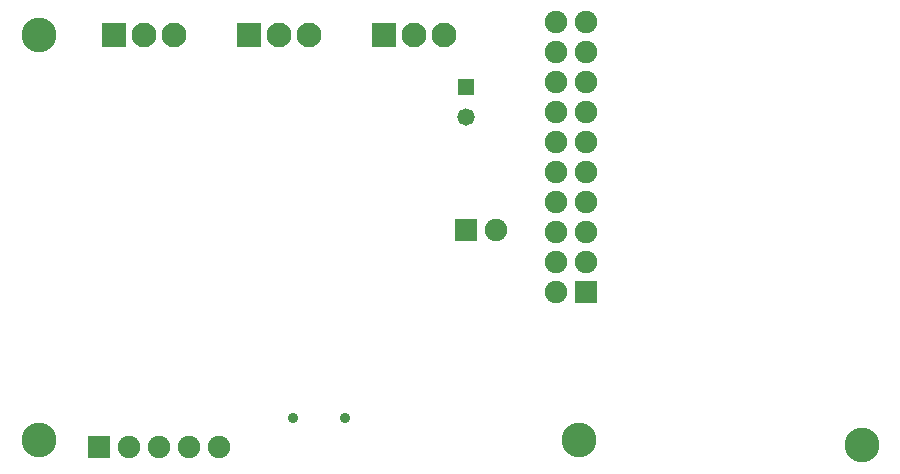
<source format=gbr>
G04 DipTrace 2.4.0.2*
%INBottomMask.gbr*%
%MOIN*%
%ADD32R,0.0748X0.0748*%
%ADD33C,0.0748*%
%ADD42C,0.116*%
%ADD43C,0.0354*%
%ADD61C,0.0827*%
%ADD63R,0.0827X0.0827*%
%ADD75R,0.0579X0.0579*%
%ADD77C,0.0579*%
%FSLAX44Y44*%
G04*
G70*
G90*
G75*
G01*
%LNBotMask*%
%LPD*%
D77*
X19437Y15937D3*
D75*
Y16937D3*
D42*
X23187Y5187D3*
X5187D3*
Y18687D3*
X32619Y4994D3*
D32*
X23437Y10096D3*
D33*
X22437D3*
X23437Y11096D3*
X22437D3*
X23437Y12096D3*
X22437D3*
X23437Y13096D3*
X22437D3*
X23437Y14096D3*
X22437D3*
X23437Y15096D3*
X22437D3*
X23437Y16096D3*
X22437D3*
X23437Y17096D3*
X22437D3*
X23437Y18096D3*
X22437D3*
X23437Y19096D3*
X22437D3*
D43*
X13650Y5913D3*
X15382D3*
D32*
X19437Y12187D3*
D33*
X20437D3*
D32*
X7187Y4937D3*
D33*
X8187D3*
X9187D3*
X10187D3*
X11187D3*
D63*
X16687Y18687D3*
D61*
X17687D3*
X18687D3*
D63*
X12187D3*
D61*
X13187D3*
X14187D3*
D63*
X7687D3*
D61*
X8687D3*
X9687D3*
M02*

</source>
